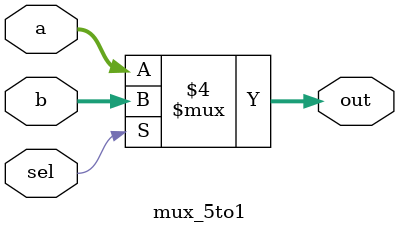
<source format=v>
module mux_5to1(out, a,b,sel);
output [4:0] out;
input [4:0] a,b;
input sel;
reg [4:0] out;
always @ (sel or a or b)
  if(sel==0)
  out = a;
  else
  out = b;
endmodule

</source>
